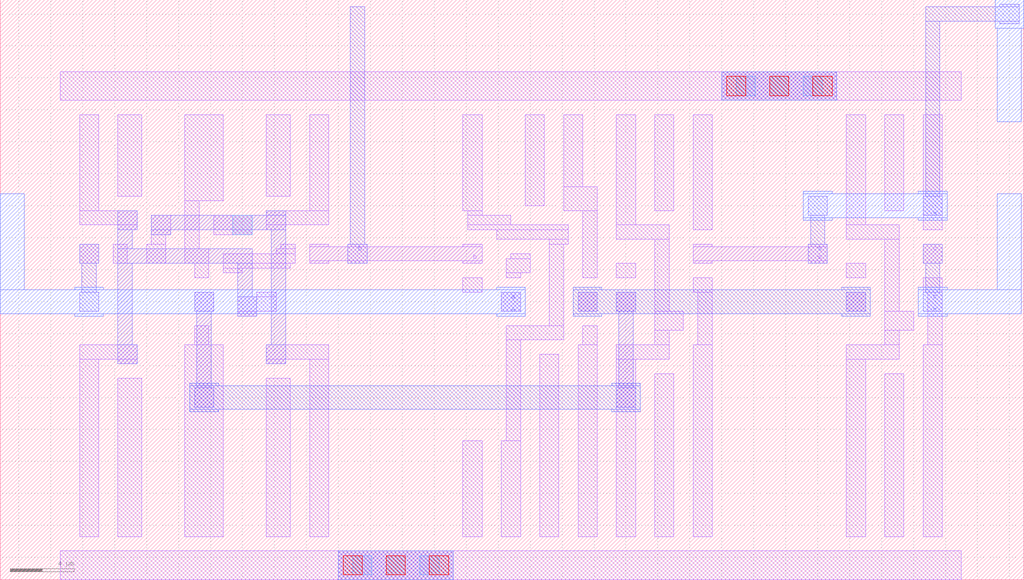
<source format=lef>
VERSION 5.7 ;
  NOWIREEXTENSIONATPIN ON ;
  DIVIDERCHAR "/" ;
  BUSBITCHARS "[]" ;
MACRO half_adder
  CLASS BLOCK ;
  FOREIGN half_adder ;
  ORIGIN 3.150 -0.600 ;
  SIZE 64.050 BY 36.300 ;
  PIN a
    PORT
      LAYER metal1 ;
        RECT 1.800 20.400 3.000 21.600 ;
        RECT 28.200 17.400 29.400 18.600 ;
      LAYER metal2 ;
        RECT 1.800 20.400 3.000 21.600 ;
        RECT 1.950 18.600 2.850 20.400 ;
        RECT 1.800 17.400 3.000 18.600 ;
        RECT 28.200 17.400 29.400 18.600 ;
      LAYER metal3 ;
        RECT -3.150 18.750 -1.650 24.750 ;
        RECT 1.500 18.750 3.300 18.900 ;
        RECT 27.900 18.750 29.700 18.900 ;
        RECT -3.150 17.250 29.700 18.750 ;
        RECT 1.500 17.100 3.300 17.250 ;
        RECT 27.900 17.100 29.700 17.250 ;
    END
  END a
  PIN b
    PORT
      LAYER metal1 ;
        RECT 16.200 21.450 17.400 21.600 ;
        RECT 18.600 21.450 19.800 21.600 ;
        RECT 25.800 21.450 27.000 21.600 ;
        RECT 16.200 20.550 27.000 21.450 ;
        RECT 16.200 20.400 17.400 20.550 ;
        RECT 18.600 20.400 19.800 20.550 ;
        RECT 25.800 20.400 27.000 20.550 ;
      LAYER metal2 ;
        RECT 18.750 21.600 19.650 36.450 ;
        RECT 18.600 20.400 19.800 21.600 ;
    END
  END b
  PIN s
    PORT
      LAYER metal1 ;
        RECT 40.200 21.450 41.400 21.600 ;
        RECT 47.400 21.450 48.600 21.600 ;
        RECT 40.200 20.550 48.600 21.450 ;
        RECT 40.200 20.400 41.400 20.550 ;
        RECT 47.400 20.400 48.600 20.550 ;
      LAYER metal2 ;
        RECT 59.400 36.450 60.600 36.600 ;
        RECT 54.750 35.550 60.600 36.450 ;
        RECT 54.750 24.600 55.650 35.550 ;
        RECT 59.400 35.400 60.600 35.550 ;
        RECT 47.400 23.400 48.600 24.600 ;
        RECT 54.600 23.400 55.800 24.600 ;
        RECT 47.550 21.600 48.450 23.400 ;
        RECT 47.400 20.400 48.600 21.600 ;
      LAYER metal3 ;
        RECT 59.100 35.100 60.900 36.900 ;
        RECT 59.250 29.250 60.750 35.100 ;
        RECT 47.100 24.750 48.900 24.900 ;
        RECT 54.300 24.750 56.100 24.900 ;
        RECT 47.100 23.250 56.100 24.750 ;
        RECT 47.100 23.100 48.900 23.250 ;
        RECT 54.300 23.100 56.100 23.250 ;
    END
  END s
  PIN c
    PORT
      LAYER metal1 ;
        RECT 54.600 20.400 55.800 21.600 ;
      LAYER metal2 ;
        RECT 54.600 20.400 55.800 21.600 ;
        RECT 54.750 18.600 55.650 20.400 ;
        RECT 54.600 17.400 55.800 18.600 ;
      LAYER metal3 ;
        RECT 54.300 18.750 56.100 18.900 ;
        RECT 59.250 18.750 60.750 24.750 ;
        RECT 54.300 17.250 60.750 18.750 ;
        RECT 54.300 17.100 56.100 17.250 ;
    END
  END c
  OBS
      LAYER metal1 ;
        RECT 0.600 30.600 57.000 32.400 ;
        RECT 1.800 23.700 3.000 29.700 ;
        RECT 4.200 24.600 5.700 29.700 ;
        RECT 8.400 24.300 10.800 29.700 ;
        RECT 13.500 24.600 15.000 29.700 ;
        RECT 1.800 22.800 5.400 23.700 ;
        RECT 4.200 22.500 5.400 22.800 ;
        RECT 6.300 22.200 7.500 23.400 ;
        RECT 6.300 21.600 7.200 22.200 ;
        RECT 3.900 20.400 4.800 21.600 ;
        RECT 6.000 20.400 7.200 21.600 ;
        RECT 8.400 21.300 9.300 24.300 ;
        RECT 16.200 23.700 17.400 29.700 ;
        RECT 25.800 23.700 27.000 29.700 ;
        RECT 29.700 24.000 30.900 29.700 ;
        RECT 32.100 25.200 33.300 29.700 ;
        RECT 32.100 23.700 34.200 25.200 ;
        RECT 10.200 22.200 12.600 23.400 ;
        RECT 13.500 22.800 17.400 23.700 ;
        RECT 26.100 23.400 27.000 23.700 ;
        RECT 26.100 22.800 28.800 23.400 ;
        RECT 13.500 22.500 14.700 22.800 ;
        RECT 26.100 22.500 32.400 22.800 ;
        RECT 27.900 21.900 32.400 22.500 ;
        RECT 31.200 21.600 32.400 21.900 ;
        RECT 14.400 21.300 15.300 21.600 ;
        RECT 8.400 20.400 9.900 21.300 ;
        RECT 14.100 21.000 15.300 21.300 ;
        RECT 9.000 19.500 9.900 20.400 ;
        RECT 10.800 20.400 15.300 21.000 ;
        RECT 28.800 20.700 30.000 21.000 ;
        RECT 10.800 20.100 15.000 20.400 ;
        RECT 10.800 19.800 12.000 20.100 ;
        RECT 28.500 19.800 30.000 20.700 ;
        RECT 28.500 19.500 29.400 19.800 ;
        RECT 25.800 18.600 27.000 19.500 ;
        RECT 9.000 17.400 10.200 18.600 ;
        RECT 12.900 18.300 14.100 18.600 ;
        RECT 11.700 17.400 14.100 18.300 ;
        RECT 11.700 17.100 12.900 17.400 ;
        RECT 31.200 16.500 32.100 21.600 ;
        RECT 33.300 19.500 34.200 23.700 ;
        RECT 35.400 22.800 36.600 29.700 ;
        RECT 37.800 23.700 39.000 29.700 ;
        RECT 35.400 21.900 38.700 22.800 ;
        RECT 40.200 22.500 41.400 29.700 ;
        RECT 49.800 22.800 51.000 29.700 ;
        RECT 52.200 23.700 53.400 29.700 ;
        RECT 49.800 21.900 53.100 22.800 ;
        RECT 54.600 22.500 55.800 29.700 ;
        RECT 35.400 19.500 36.600 20.400 ;
        RECT 33.000 17.400 34.200 18.600 ;
        RECT 35.400 17.400 36.600 18.600 ;
        RECT 37.800 17.400 38.700 21.900 ;
        RECT 49.800 19.500 51.000 20.400 ;
        RECT 40.200 18.600 41.400 19.500 ;
        RECT 9.000 15.300 9.900 16.500 ;
        RECT 28.500 15.600 32.100 16.500 ;
        RECT 1.800 14.400 5.400 15.300 ;
        RECT 1.800 3.300 3.000 14.400 ;
        RECT 4.200 14.100 5.400 14.400 ;
        RECT 4.200 3.300 5.700 13.200 ;
        RECT 8.400 3.300 10.800 15.300 ;
        RECT 13.500 14.400 17.400 15.300 ;
        RECT 13.500 14.100 14.700 14.400 ;
        RECT 13.500 3.300 15.000 13.200 ;
        RECT 16.200 3.300 17.400 14.400 ;
        RECT 28.500 9.300 29.400 15.600 ;
        RECT 33.300 15.300 34.200 16.500 ;
        RECT 37.800 16.200 39.600 17.400 ;
        RECT 37.800 15.300 38.700 16.200 ;
        RECT 40.500 15.300 41.400 18.600 ;
        RECT 49.800 17.400 51.000 18.600 ;
        RECT 52.200 17.400 53.100 21.900 ;
        RECT 54.600 18.600 55.800 19.500 ;
        RECT 52.200 16.200 54.000 17.400 ;
        RECT 52.200 15.300 53.100 16.200 ;
        RECT 54.900 15.300 55.800 18.600 ;
        RECT 25.800 3.300 27.000 9.300 ;
        RECT 28.200 3.300 29.400 9.300 ;
        RECT 30.600 3.300 31.800 14.700 ;
        RECT 33.000 3.300 34.200 15.300 ;
        RECT 35.400 14.400 38.700 15.300 ;
        RECT 35.400 3.300 36.600 14.400 ;
        RECT 37.800 3.300 39.000 13.500 ;
        RECT 40.200 3.300 41.400 15.300 ;
        RECT 49.800 14.400 53.100 15.300 ;
        RECT 49.800 3.300 51.000 14.400 ;
        RECT 52.200 3.300 53.400 13.500 ;
        RECT 54.600 3.300 55.800 15.300 ;
        RECT 0.600 0.600 57.000 2.400 ;
      LAYER via1 ;
        RECT 42.900 30.900 44.100 32.100 ;
        RECT 45.000 30.900 46.200 32.100 ;
        RECT 47.100 30.900 48.300 32.100 ;
        RECT 11.400 22.200 12.600 23.400 ;
        RECT 18.900 0.900 20.100 2.100 ;
        RECT 21.000 0.900 22.200 2.100 ;
        RECT 23.100 0.900 24.300 2.100 ;
      LAYER metal2 ;
        RECT 42.000 30.600 49.200 32.400 ;
        RECT 4.200 22.500 5.400 23.700 ;
        RECT 13.500 23.400 14.700 23.700 ;
        RECT 6.300 22.500 14.700 23.400 ;
        RECT 4.200 21.300 5.100 22.500 ;
        RECT 6.300 22.200 7.500 22.500 ;
        RECT 11.400 22.200 12.600 22.500 ;
        RECT 4.200 20.400 12.600 21.300 ;
        RECT 4.200 15.300 5.100 20.400 ;
        RECT 9.000 17.400 10.200 18.600 ;
        RECT 11.700 18.300 12.600 20.400 ;
        RECT 4.200 14.100 5.400 15.300 ;
        RECT 9.150 12.600 10.050 17.400 ;
        RECT 11.700 17.100 12.900 18.300 ;
        RECT 13.800 15.300 14.700 22.500 ;
        RECT 33.000 17.400 34.200 18.600 ;
        RECT 35.400 17.400 36.600 18.600 ;
        RECT 49.800 17.400 51.000 18.600 ;
        RECT 13.500 14.100 14.700 15.300 ;
        RECT 35.550 12.600 36.450 17.400 ;
        RECT 9.000 11.400 10.200 12.600 ;
        RECT 35.400 11.400 36.600 12.600 ;
        RECT 18.000 0.600 25.200 2.400 ;
      LAYER via2 ;
        RECT 42.300 30.900 43.500 32.100 ;
        RECT 45.000 30.900 46.200 32.100 ;
        RECT 47.700 30.900 48.900 32.100 ;
        RECT 18.300 0.900 19.500 2.100 ;
        RECT 21.000 0.900 22.200 2.100 ;
        RECT 23.700 0.900 24.900 2.100 ;
      LAYER metal3 ;
        RECT 42.000 30.600 49.200 32.400 ;
        RECT 32.700 18.750 34.500 18.900 ;
        RECT 49.500 18.750 51.300 18.900 ;
        RECT 32.700 17.250 51.300 18.750 ;
        RECT 32.700 17.100 34.500 17.250 ;
        RECT 49.500 17.100 51.300 17.250 ;
        RECT 8.700 12.750 10.500 12.900 ;
        RECT 35.100 12.750 36.900 12.900 ;
        RECT 8.700 11.250 36.900 12.750 ;
        RECT 8.700 11.100 10.500 11.250 ;
        RECT 35.100 11.100 36.900 11.250 ;
        RECT 18.000 0.600 25.200 2.400 ;
  END
END half_adder
END LIBRARY


</source>
